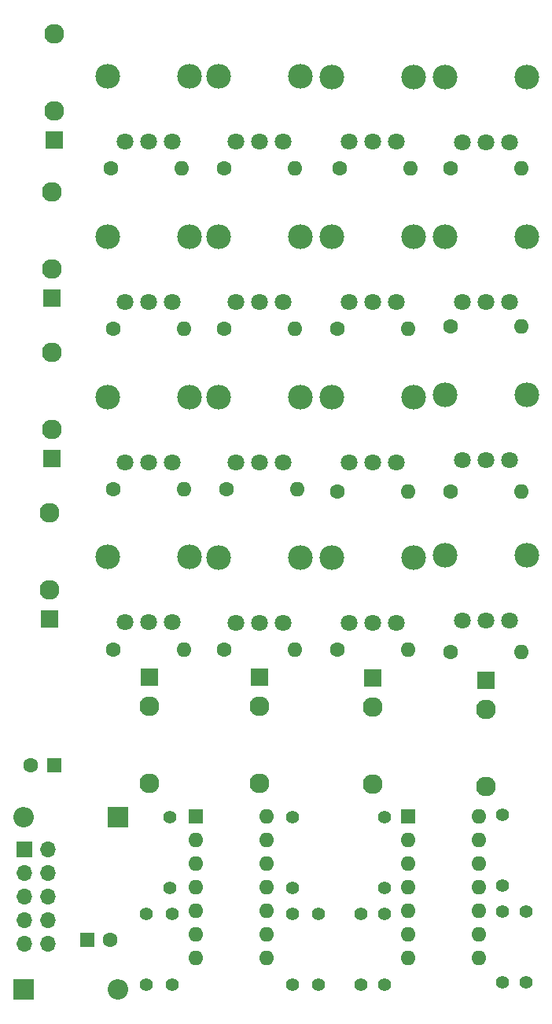
<source format=gts>
G04 #@! TF.GenerationSoftware,KiCad,Pcbnew,(5.1.2-1)-1*
G04 #@! TF.CreationDate,2020-01-19T15:05:30+01:00*
G04 #@! TF.ProjectId,matrix-mixer,6d617472-6978-42d6-9d69-7865722e6b69,rev?*
G04 #@! TF.SameCoordinates,Original*
G04 #@! TF.FileFunction,Soldermask,Top*
G04 #@! TF.FilePolarity,Negative*
%FSLAX46Y46*%
G04 Gerber Fmt 4.6, Leading zero omitted, Abs format (unit mm)*
G04 Created by KiCad (PCBNEW (5.1.2-1)-1) date 2020-01-19 15:05:30*
%MOMM*%
%LPD*%
G04 APERTURE LIST*
%ADD10O,1.600000X1.600000*%
%ADD11C,1.600000*%
%ADD12O,1.700000X1.700000*%
%ADD13R,1.700000X1.700000*%
%ADD14O,2.200000X2.200000*%
%ADD15R,2.200000X2.200000*%
%ADD16R,1.600000X1.600000*%
%ADD17C,1.803400*%
%ADD18C,2.667000*%
%ADD19C,1.397000*%
%ADD20C,2.130000*%
%ADD21R,1.930000X1.830000*%
G04 APERTURE END LIST*
D10*
X39878000Y-34036000D03*
D11*
X32258000Y-34036000D03*
D12*
X25476000Y-117520000D03*
X22936000Y-117520000D03*
X25476000Y-114980000D03*
X22936000Y-114980000D03*
X25476000Y-112440000D03*
X22936000Y-112440000D03*
X25476000Y-109900000D03*
X22936000Y-109900000D03*
X25476000Y-107360000D03*
D13*
X22936000Y-107360000D03*
D14*
X33020000Y-122428000D03*
D15*
X22860000Y-122428000D03*
D14*
X22860000Y-103886000D03*
D15*
X33020000Y-103886000D03*
D11*
X23662000Y-98298000D03*
D16*
X26162000Y-98298000D03*
D11*
X32218000Y-117094000D03*
D16*
X29718000Y-117094000D03*
D10*
X52070000Y-34036000D03*
D11*
X44450000Y-34036000D03*
D10*
X64516000Y-34039026D03*
D11*
X56896000Y-34039026D03*
D10*
X76454000Y-34036000D03*
D11*
X68834000Y-34036000D03*
D10*
X40132000Y-51308000D03*
D11*
X32512000Y-51308000D03*
D10*
X52070000Y-51308000D03*
D11*
X44450000Y-51308000D03*
D10*
X64262000Y-51308000D03*
D11*
X56642000Y-51308000D03*
D10*
X76454000Y-51054000D03*
D11*
X68834000Y-51054000D03*
D10*
X40132000Y-68580000D03*
D11*
X32512000Y-68580000D03*
D10*
X52324000Y-68580000D03*
D11*
X44704000Y-68580000D03*
D10*
X64262000Y-68834000D03*
D11*
X56642000Y-68834000D03*
D10*
X76454000Y-68834000D03*
D11*
X68834000Y-68834000D03*
D10*
X40132000Y-85852000D03*
D11*
X32512000Y-85852000D03*
D10*
X52070000Y-85852000D03*
D11*
X44450000Y-85852000D03*
D10*
X64262000Y-85852000D03*
D11*
X56642000Y-85852000D03*
D10*
X76454000Y-86106000D03*
D11*
X68834000Y-86106000D03*
D17*
X38862163Y-31142243D03*
X36322163Y-31142243D03*
X33782163Y-31142243D03*
D18*
X31927963Y-24131843D03*
X40716363Y-24131843D03*
D17*
X50800163Y-31142243D03*
X48260163Y-31142243D03*
X45720163Y-31142243D03*
D18*
X43865963Y-24131843D03*
X52654363Y-24131843D03*
D17*
X62992163Y-31183957D03*
X60452163Y-31183957D03*
X57912163Y-31183957D03*
D18*
X56057963Y-24173557D03*
X64846363Y-24173557D03*
D17*
X75184163Y-31204814D03*
X72644163Y-31204814D03*
X70104163Y-31204814D03*
D18*
X68249963Y-24194414D03*
X77038363Y-24194414D03*
D17*
X38862163Y-48414243D03*
X36322163Y-48414243D03*
X33782163Y-48414243D03*
D18*
X31927963Y-41403843D03*
X40716363Y-41403843D03*
D17*
X50800163Y-48414243D03*
X48260163Y-48414243D03*
X45720163Y-48414243D03*
D18*
X43865963Y-41403843D03*
X52654363Y-41403843D03*
D17*
X62992163Y-48414243D03*
X60452163Y-48414243D03*
X57912163Y-48414243D03*
D18*
X56057963Y-41403843D03*
X64846363Y-41403843D03*
D17*
X75184163Y-48414243D03*
X72644163Y-48414243D03*
X70104163Y-48414243D03*
D18*
X68249963Y-41403843D03*
X77038363Y-41403843D03*
D17*
X38862163Y-65686243D03*
X36322163Y-65686243D03*
X33782163Y-65686243D03*
D18*
X31927963Y-58675843D03*
X40716363Y-58675843D03*
D17*
X50800163Y-65686243D03*
X48260163Y-65686243D03*
X45720163Y-65686243D03*
D18*
X43865963Y-58675843D03*
X52654363Y-58675843D03*
D17*
X62992163Y-65686243D03*
X60452163Y-65686243D03*
X57912163Y-65686243D03*
D18*
X56057963Y-58675843D03*
X64846363Y-58675843D03*
D17*
X75184163Y-65432243D03*
X72644163Y-65432243D03*
X70104163Y-65432243D03*
D18*
X68249963Y-58421843D03*
X77038363Y-58421843D03*
D17*
X38862163Y-82882043D03*
X36322163Y-82882043D03*
X33782163Y-82882043D03*
D18*
X31927963Y-75871643D03*
X40716363Y-75871643D03*
D17*
X50800163Y-82958243D03*
X48260163Y-82958243D03*
X45720163Y-82958243D03*
D18*
X43865963Y-75947843D03*
X52654363Y-75947843D03*
D17*
X62992163Y-82958243D03*
X60452163Y-82958243D03*
X57912163Y-82958243D03*
D18*
X56057963Y-75947843D03*
X64846363Y-75947843D03*
D17*
X75184163Y-82704243D03*
X72644163Y-82704243D03*
X70104163Y-82704243D03*
D18*
X68249963Y-75693843D03*
X77038363Y-75693843D03*
D16*
X41402000Y-103836000D03*
D10*
X49022000Y-119076000D03*
X41402000Y-106376000D03*
X49022000Y-116536000D03*
X41402000Y-108916000D03*
X49022000Y-113996000D03*
X41402000Y-111456000D03*
X49022000Y-111456000D03*
X41402000Y-113996000D03*
X49022000Y-108916000D03*
X41402000Y-116536000D03*
X49022000Y-106376000D03*
X41402000Y-119076000D03*
X49022000Y-103836000D03*
D19*
X38862000Y-121920000D03*
X38862000Y-114300000D03*
X36068000Y-114300000D03*
X36068000Y-121920000D03*
X38608000Y-103886000D03*
X38608000Y-111506000D03*
X51816000Y-121920000D03*
X51816000Y-114300000D03*
X54610000Y-114300000D03*
X54610000Y-121920000D03*
X51816000Y-103886000D03*
X51816000Y-111506000D03*
X61722000Y-121920000D03*
X61722000Y-114300000D03*
X59182000Y-114300000D03*
X59182000Y-121920000D03*
X61722000Y-103886000D03*
X61722000Y-111506000D03*
X74422000Y-121666000D03*
X74422000Y-114046000D03*
X76962000Y-114046000D03*
X76962000Y-121666000D03*
X74422000Y-103632000D03*
X74422000Y-111252000D03*
D16*
X64262000Y-103836000D03*
D10*
X71882000Y-119076000D03*
X64262000Y-106376000D03*
X71882000Y-116536000D03*
X64262000Y-108916000D03*
X71882000Y-113996000D03*
X64262000Y-111456000D03*
X71882000Y-111456000D03*
X64262000Y-113996000D03*
X71882000Y-108916000D03*
X64262000Y-116536000D03*
X71882000Y-106376000D03*
X64262000Y-119076000D03*
X71882000Y-103836000D03*
D20*
X26162000Y-19588000D03*
D21*
X26162000Y-30988000D03*
D20*
X26162000Y-27888000D03*
X25908000Y-36606000D03*
D21*
X25908000Y-48006000D03*
D20*
X25908000Y-44906000D03*
X25908000Y-53878000D03*
D21*
X25908000Y-65278000D03*
D20*
X25908000Y-62178000D03*
X25654000Y-71150000D03*
D21*
X25654000Y-82550000D03*
D20*
X25654000Y-79450000D03*
X36450000Y-100256000D03*
D21*
X36450000Y-88856000D03*
D20*
X36450000Y-91956000D03*
X48260000Y-100256000D03*
D21*
X48260000Y-88856000D03*
D20*
X48260000Y-91956000D03*
X60452000Y-100300000D03*
D21*
X60452000Y-88900000D03*
D20*
X60452000Y-92000000D03*
X72644000Y-100554000D03*
D21*
X72644000Y-89154000D03*
D20*
X72644000Y-92254000D03*
M02*

</source>
